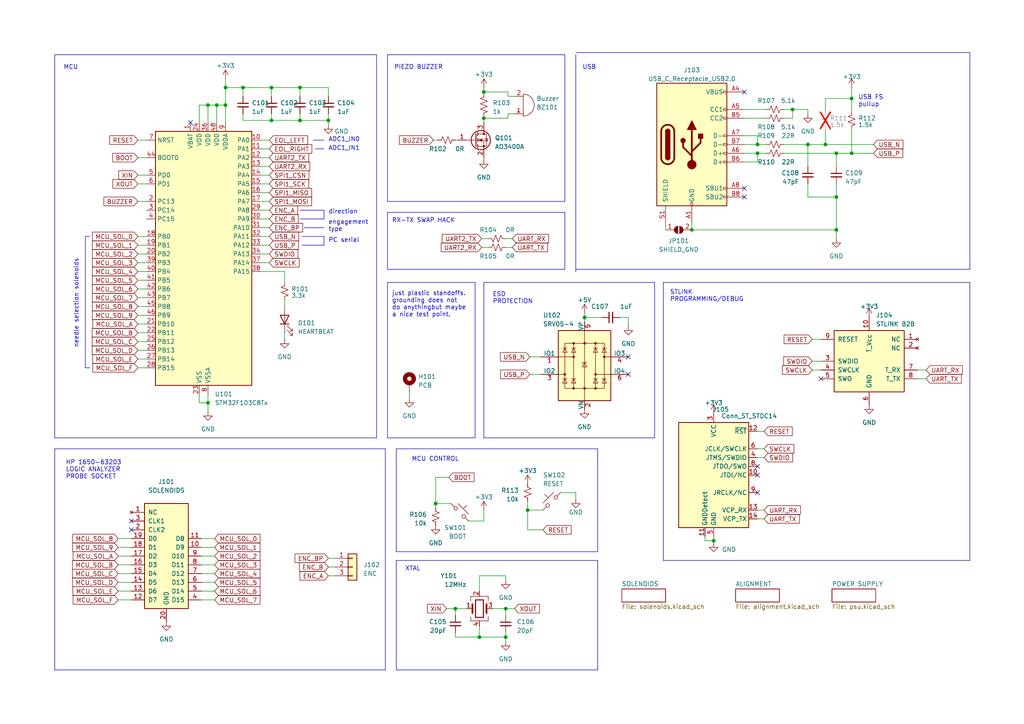
<source format=kicad_sch>
(kicad_sch (version 20230121) (generator eeschema)
  (paper "A4")
  (title_block (title "MCU & PERIPHERALS") (date "2023-04-16") (rev "1.0") (company "matei repair lab"))
  (lib_symbols
    (symbol "Connector:Conn_ST_STDC14"
      (property "Reference" "J" (at -8.89 16.51 0))
      (property "Value" "Conn_ST_STDC14" (at 17.78 16.51 0))
      (symbol "Conn_ST_STDC14_1_1"
        (pin no_connect line (at -10.16 5.08 0) (length 2.54) hide (name "NC") (number "1"))
        (pin output line (at 12.7 0 180) (length 2.54) (name "JTDI/NC") (number "10"))
        (pin passive line (at -2.54 -17.78 90) (length 2.54) (name "GNDDetect") (number "11"))
        (pin open_collector line (at 12.7 12.7 180) (length 2.54) (name "~{RST}") (number "12"))
        (pin output line (at 12.7 -10.16 180) (length 2.54) (name "VCP_RX") (number "13"))
        (pin input line (at 12.7 -12.7 180) (length 2.54) (name "VCP_TX") (number "14"))
        (pin no_connect line (at -10.16 2.54 0) (length 2.54) hide (name "NC") (number "2"))
        (pin power_in line (at 0 17.78 270) (length 2.54) (name "VCC") (number "3"))
        (pin bidirectional line (at 12.7 5.08 180) (length 2.54) (name "JTMS/SWDIO") (number "4"))
        (pin power_in line (at 0 -17.78 90) (length 2.54) (name "GND") (number "5"))
        (pin output line (at 12.7 7.62 180) (length 2.54) (name "JCLK/SWCLK") (number "6"))
        (pin passive line (at 0 -17.78 90) (length 2.54) hide (name "GND") (number "7"))
        (pin input line (at 12.7 2.54 180) (length 2.54) (name "JTDO/SWO") (number "8"))
        (pin input line (at 12.7 -5.08 180) (length 2.54) (name "JRCLK/NC") (number "9"))
      )
    )
    (symbol "Connector:USB_C_Receptacle_USB2.0" (pin_names (offset 1.016))
      (property "Reference" "J" (at -10.16 19.05 0))
      (property "Value" "USB_C_Receptacle_USB2.0" (at 19.05 19.05 0))
      (symbol "USB_C_Receptacle_USB2.0_1_1"
        (pin passive line (at 0 -22.86 90) (length 5.08) (name "GND") (number "A1"))
        (pin passive line (at 0 -22.86 90) (length 5.08) hide (name "GND") (number "A12"))
        (pin passive line (at 15.24 15.24 180) (length 5.08) (name "VBUS") (number "A4"))
        (pin bidirectional line (at 15.24 10.16 180) (length 5.08) (name "CC1") (number "A5"))
        (pin bidirectional line (at 15.24 -2.54 180) (length 5.08) (name "D+") (number "A6"))
        (pin bidirectional line (at 15.24 2.54 180) (length 5.08) (name "D-") (number "A7"))
        (pin bidirectional line (at 15.24 -12.7 180) (length 5.08) (name "SBU1") (number "A8"))
        (pin passive line (at 15.24 15.24 180) (length 5.08) hide (name "VBUS") (number "A9"))
        (pin passive line (at 0 -22.86 90) (length 5.08) hide (name "GND") (number "B1"))
        (pin passive line (at 0 -22.86 90) (length 5.08) hide (name "GND") (number "B12"))
        (pin passive line (at 15.24 15.24 180) (length 5.08) hide (name "VBUS") (number "B4"))
        (pin bidirectional line (at 15.24 7.62 180) (length 5.08) (name "CC2") (number "B5"))
        (pin bidirectional line (at 15.24 -5.08 180) (length 5.08) (name "D+") (number "B6"))
        (pin bidirectional line (at 15.24 0 180) (length 5.08) (name "D-") (number "B7"))
        (pin bidirectional line (at 15.24 -15.24 180) (length 5.08) (name "SBU2") (number "B8"))
        (pin passive line (at 15.24 15.24 180) (length 5.08) hide (name "VBUS") (number "B9"))
        (pin passive line (at -7.62 -22.86 90) (length 5.08) (name "SHIELD") (number "S1"))
      )
    )
    (symbol "Connector_Generic:Conn_01x03" (pin_names (offset 1.016) hide)
      (property "Reference" "J" (at 0 5.08 0))
      (property "Value" "Conn_01x03" (at 0 -5.08 0))
      (symbol "Conn_01x03_1_1"
        (pin passive line (at -5.08 2.54 0) (length 3.81) (name "Pin_1") (number "1"))
        (pin passive line (at -5.08 0 0) (length 3.81) (name "Pin_2") (number "2"))
        (pin passive line (at -5.08 -2.54 0) (length 3.81) (name "Pin_3") (number "3"))
      )
    )
    (symbol "Device:Buzzer" (pin_names (offset 0.0254) hide)
      (property "Reference" "BZ" (at 3.81 1.27 0))
      (property "Value" "Buzzer" (at 3.81 -1.27 0))
      (symbol "Buzzer_1_1"
        (pin passive line (at -2.54 2.54 0) (length 2.54) (name "-") (number "1"))
        (pin passive line (at -2.54 -2.54 0) (length 2.54) (name "+") (number "2"))
      )
    )
    (symbol "Device:C_Small" (pin_numbers hide) (pin_names (offset 0.254) hide)
      (property "Reference" "C" (at 0.254 1.778 0))
      (property "Value" "C_Small" (at 0.254 -2.032 0))
      (symbol "C_Small_1_1"
        (pin passive line (at 0 2.54 270) (length 2.032) (name "~") (number "1"))
        (pin passive line (at 0 -2.54 90) (length 2.032) (name "~") (number "2"))
      )
    )
    (symbol "Device:Crystal_GND24" (pin_names (offset 1.016) hide)
      (property "Reference" "Y" (at 3.175 5.08 0))
      (property "Value" "Crystal_GND24" (at 3.175 3.175 0))
      (symbol "Crystal_GND24_1_1"
        (pin passive line (at -3.81 0 0) (length 1.27) (name "1") (number "1"))
        (pin passive line (at 0 5.08 270) (length 1.27) (name "2") (number "2"))
        (pin passive line (at 3.81 0 180) (length 1.27) (name "3") (number "3"))
        (pin passive line (at 0 -5.08 90) (length 1.27) (name "4") (number "4"))
      )
    )
    (symbol "Device:LED" (pin_numbers hide) (pin_names (offset 1.016) hide)
      (property "Reference" "D" (at 0 2.54 0))
      (property "Value" "LED" (at 0 -2.54 0))
      (symbol "LED_1_1"
        (pin passive line (at -3.81 0 0) (length 2.54) (name "K") (number "1"))
        (pin passive line (at 3.81 0 180) (length 2.54) (name "A") (number "2"))
      )
    )
    (symbol "Device:R_Small_US" (pin_numbers hide) (pin_names (offset 0.254) hide)
      (property "Reference" "R" (at 0.762 0.508 0))
      (property "Value" "R_Small_US" (at 0.762 -1.016 0))
      (symbol "R_Small_US_1_1"
        (pin passive line (at 0 2.54 270) (length 1.016) (name "~") (number "1"))
        (pin passive line (at 0 -2.54 90) (length 1.016) (name "~") (number "2"))
      )
    )
    (symbol "Device:R_US" (pin_numbers hide) (pin_names (offset 0))
      (property "Reference" "R" (at 2.54 0 90))
      (property "Value" "R_US" (at -2.54 0 90))
      (symbol "R_US_1_1"
        (pin passive line (at 0 3.81 270) (length 1.27) (name "~") (number "1"))
        (pin passive line (at 0 -3.81 90) (length 1.27) (name "~") (number "2"))
      )
    )
    (symbol "Jumper:SolderJumper_2_Open" (pin_names (offset 0) hide)
      (property "Reference" "JP" (at 0 2.032 0))
      (property "Value" "SolderJumper_2_Open" (at 0 -2.54 0))
      (symbol "SolderJumper_2_Open_1_1"
        (pin passive line (at -3.81 0 0) (length 2.54) (name "A") (number "1"))
        (pin passive line (at 3.81 0 180) (length 2.54) (name "B") (number "2"))
      )
    )
    (symbol "MCU_ST_STM32F1:STM32F103C8Tx"
      (property "Reference" "U" (at -12.7 39.37 0))
      (property "Value" "STM32F103C8Tx" (at 10.16 39.37 0))
      (symbol "STM32F103C8Tx_1_1"
        (pin power_in line (at -2.54 40.64 270) (length 2.54) (name "VBAT") (number "1"))
        (pin bidirectional line (at 17.78 35.56 180) (length 2.54) (name "PA0") (number "10"))
        (pin bidirectional line (at 17.78 33.02 180) (length 2.54) (name "PA1") (number "11"))
        (pin bidirectional line (at 17.78 30.48 180) (length 2.54) (name "PA2") (number "12"))
        (pin bidirectional line (at 17.78 27.94 180) (length 2.54) (name "PA3") (number "13"))
        (pin bidirectional line (at 17.78 25.4 180) (length 2.54) (name "PA4") (number "14"))
        (pin bidirectional line (at 17.78 22.86 180) (length 2.54) (name "PA5") (number "15"))
        (pin bidirectional line (at 17.78 20.32 180) (length 2.54) (name "PA6") (number "16"))
        (pin bidirectional line (at 17.78 17.78 180) (length 2.54) (name "PA7") (number "17"))
        (pin bidirectional line (at -15.24 7.62 0) (length 2.54) (name "PB0") (number "18"))
        (pin bidirectional line (at -15.24 5.08 0) (length 2.54) (name "PB1") (number "19"))
        (pin bidirectional line (at -15.24 17.78 0) (length 2.54) (name "PC13") (number "2"))
        (pin bidirectional line (at -15.24 2.54 0) (length 2.54) (name "PB2") (number "20"))
        (pin bidirectional line (at -15.24 -17.78 0) (length 2.54) (name "PB10") (number "21"))
        (pin bidirectional line (at -15.24 -20.32 0) (length 2.54) (name "PB11") (number "22"))
        (pin power_in line (at 0 -38.1 90) (length 2.54) (name "VSS") (number "23"))
        (pin power_in line (at 0 40.64 270) (length 2.54) (name "VDD") (number "24"))
        (pin bidirectional line (at -15.24 -22.86 0) (length 2.54) (name "PB12") (number "25"))
        (pin bidirectional line (at -15.24 -25.4 0) (length 2.54) (name "PB13") (number "26"))
        (pin bidirectional line (at -15.24 -27.94 0) (length 2.54) (name "PB14") (number "27"))
        (pin bidirectional line (at -15.24 -30.48 0) (length 2.54) (name "PB15") (number "28"))
        (pin bidirectional line (at 17.78 15.24 180) (length 2.54) (name "PA8") (number "29"))
        (pin bidirectional line (at -15.24 15.24 0) (length 2.54) (name "PC14") (number "3"))
        (pin bidirectional line (at 17.78 12.7 180) (length 2.54) (name "PA9") (number "30"))
        (pin bidirectional line (at 17.78 10.16 180) (length 2.54) (name "PA10") (number "31"))
        (pin bidirectional line (at 17.78 7.62 180) (length 2.54) (name "PA11") (number "32"))
        (pin bidirectional line (at 17.78 5.08 180) (length 2.54) (name "PA12") (number "33"))
        (pin bidirectional line (at 17.78 2.54 180) (length 2.54) (name "PA13") (number "34"))
        (pin passive line (at 0 -38.1 90) (length 2.54) hide (name "VSS") (number "35"))
        (pin power_in line (at 2.54 40.64 270) (length 2.54) (name "VDD") (number "36"))
        (pin bidirectional line (at 17.78 0 180) (length 2.54) (name "PA14") (number "37"))
        (pin bidirectional line (at 17.78 -2.54 180) (length 2.54) (name "PA15") (number "38"))
        (pin bidirectional line (at -15.24 0 0) (length 2.54) (name "PB3") (number "39"))
        (pin bidirectional line (at -15.24 12.7 0) (length 2.54) (name "PC15") (number "4"))
        (pin bidirectional line (at -15.24 -2.54 0) (length 2.54) (name "PB4") (number "40"))
        (pin bidirectional line (at -15.24 -5.08 0) (length 2.54) (name "PB5") (number "41"))
        (pin bidirectional line (at -15.24 -7.62 0) (length 2.54) (name "PB6") (number "42"))
        (pin bidirectional line (at -15.24 -10.16 0) (length 2.54) (name "PB7") (number "43"))
        (pin input line (at -15.24 30.48 0) (length 2.54) (name "BOOT0") (number "44"))
        (pin bidirectional line (at -15.24 -12.7 0) (length 2.54) (name "PB8") (number "45"))
        (pin bidirectional line (at -15.24 -15.24 0) (length 2.54) (name "PB9") (number "46"))
        (pin passive line (at 0 -38.1 90) (length 2.54) hide (name "VSS") (number "47"))
        (pin power_in line (at 5.08 40.64 270) (length 2.54) (name "VDD") (number "48"))
        (pin bidirectional line (at -15.24 25.4 0) (length 2.54) (name "PD0") (number "5"))
        (pin bidirectional line (at -15.24 22.86 0) (length 2.54) (name "PD1") (number "6"))
        (pin input line (at -15.24 35.56 0) (length 2.54) (name "NRST") (number "7"))
        (pin power_in line (at 2.54 -38.1 90) (length 2.54) (name "VSSA") (number "8"))
        (pin power_in line (at 7.62 40.64 270) (length 2.54) (name "VDDA") (number "9"))
      )
    )
    (symbol "Mechanical:MountingHole_Pad" (pin_numbers hide) (pin_names (offset 1.016) hide)
      (property "Reference" "H" (at 0 6.35 0))
      (property "Value" "MountingHole_Pad" (at 0 4.445 0))
      (symbol "MountingHole_Pad_1_1"
        (pin input line (at 0 -2.54 90) (length 2.54) (name "1") (number "1"))
      )
    )
    (symbol "Power_Protection:SRV05-4" (pin_names (offset 0))
      (property "Reference" "U" (at -5.08 11.43 0))
      (property "Value" "SRV05-4" (at 2.54 11.43 0))
      (symbol "SRV05-4_1_1"
        (pin passive line (at -12.7 2.54 0) (length 5.08) (name "IO1") (number "1"))
        (pin passive line (at 0 -12.7 90) (length 2.54) (name "VN") (number "2"))
        (pin passive line (at -12.7 -2.54 0) (length 5.08) (name "IO2") (number "3"))
        (pin passive line (at 12.7 2.54 180) (length 5.08) (name "IO3") (number "4"))
        (pin passive line (at 0 12.7 270) (length 2.54) (name "VP") (number "5"))
        (pin passive line (at 12.7 -2.54 180) (length 5.08) (name "IO4") (number "6"))
      )
    )
    (symbol "Switch:SW_Push_45deg" (pin_numbers hide) (pin_names (offset 1.016) hide)
      (property "Reference" "SW" (at 3.048 1.016 0))
      (property "Value" "SW_Push_45deg" (at 0 -3.81 0))
      (symbol "SW_Push_45deg_0_1"
        (pin passive line (at -2.54 2.54 0) (length 0) (name "1") (number "1"))
        (pin passive line (at 2.54 -2.54 180) (length 0) (name "2") (number "2"))
      )
    )
    (symbol "Transistor_FET:AO3400A" (pin_names hide)
      (property "Reference" "Q" (at 5.08 1.905 0))
      (property "Value" "AO3400A" (at 5.08 0 0))
      (symbol "AO3400A_1_1"
        (pin input line (at -5.08 0 0) (length 2.54) (name "G") (number "1"))
        (pin passive line (at 2.54 -5.08 90) (length 2.54) (name "S") (number "2"))
        (pin passive line (at 2.54 5.08 270) (length 2.54) (name "D") (number "3"))
      )
    )
    (symbol "matei:HP_1650-63203_logicanalyzer" (pin_names (offset 1.016))
      (property "Reference" "J" (at -5.08 16.51 0))
      (property "Value" "HP_1650-63203_logicanalyzer" (at 0 -26.67 0))
      (symbol "HP_1650-63203_logicanalyzer_1_1"
        (pin no_connect line (at -10.16 12.7 0) (length 3.81) (name "NC") (number "1"))
        (pin passive line (at 10.16 2.54 180) (length 3.81) (name "D9") (number "10"))
        (pin passive line (at 10.16 5.08 180) (length 3.81) (name "D8") (number "11"))
        (pin passive line (at -10.16 -12.7 0) (length 3.81) (name "D7") (number "12"))
        (pin passive line (at -10.16 -10.16 0) (length 3.81) (name "D6") (number "13"))
        (pin passive line (at -10.16 -7.62 0) (length 3.81) (name "D5") (number "14"))
        (pin passive line (at -10.16 -5.08 0) (length 3.81) (name "D4") (number "15"))
        (pin passive line (at -10.16 -2.54 0) (length 3.81) (name "D3") (number "16"))
        (pin passive line (at -10.16 0 0) (length 3.81) (name "D2") (number "17"))
        (pin passive line (at -10.16 2.54 0) (length 3.81) (name "D1") (number "18"))
        (pin passive line (at -10.16 5.08 0) (length 3.81) (name "D0") (number "19"))
        (pin passive line (at -10.16 7.62 0) (length 3.81) (name "CLK2") (number "2"))
        (pin passive line (at 0 -19.05 90) (length 3.81) (name "GND") (number "20"))
        (pin passive line (at -10.16 10.16 0) (length 3.81) (name "CLK1") (number "3"))
        (pin passive line (at 10.16 -12.7 180) (length 3.81) (name "D15") (number "4"))
        (pin passive line (at 10.16 -10.16 180) (length 3.81) (name "D14") (number "5"))
        (pin passive line (at 10.16 -7.62 180) (length 3.81) (name "D13") (number "6"))
        (pin passive line (at 10.16 -5.08 180) (length 3.81) (name "D12") (number "7"))
        (pin passive line (at 10.16 -2.54 180) (length 3.81) (name "D11") (number "8"))
        (pin passive line (at 10.16 0 180) (length 3.81) (name "D10") (number "9"))
      )
    )
    (symbol "matei:STLINK V3 MINIE B2B" (pin_names (offset 1.016))
      (property "Reference" "J" (at 1.27 7.62 0))
      (property "Value" "STLINK V3 MINIE B2B" (at 21.59 10.16 0))
      (symbol "STLINK V3 MINIE B2B_1_1"
        (pin no_connect line (at 13.97 6.35 180) (length 3.81) (name "NC") (number "1"))
        (pin passive line (at 0 12.7 270) (length 3.81) (name "T_Vcc") (number "10"))
        (pin no_connect line (at 13.97 3.81 180) (length 3.81) (name "NC") (number "2"))
        (pin passive line (at -13.97 0 0) (length 3.81) (name "SWDIO") (number "3"))
        (pin passive line (at -13.97 -2.54 0) (length 3.81) (name "SWCLK") (number "4"))
        (pin passive line (at -13.97 -5.08 0) (length 3.81) (name "SWO") (number "5"))
        (pin passive line (at 0 -12.7 90) (length 3.81) (name "GND") (number "6"))
        (pin passive line (at 13.97 -2.54 180) (length 3.81) (name "T_RX") (number "7"))
        (pin passive line (at 13.97 -5.08 180) (length 3.81) (name "T_TX") (number "8"))
        (pin passive line (at -13.97 6.35 0) (length 3.81) (name "RESET") (number "9"))
      )
    )
    (symbol "power:+3V3" (power) (pin_names (offset 0))
      (property "Value" "+3V3" (at 0 3.556 0))
      (symbol "+3V3_1_1"
        (pin power_in line (at 0 0 90) (length 0) hide (name "+3V3") (number "1"))
      )
    )
    (symbol "power:+5V" (power) (pin_names (offset 0))
      (property "Value" "+5V" (at 0 3.556 0))
      (symbol "+5V_1_1"
        (pin power_in line (at 0 0 90) (length 0) hide (name "+5V") (number "1"))
      )
    )
    (symbol "power:GND" (power) (pin_names (offset 0))
      (property "Value" "GND" (at 0 -3.81 0))
      (symbol "GND_1_1"
        (pin power_in line (at 0 0 270) (length 0) hide (name "GND") (number "1"))
      )
    )
  )
  (junction (at 219.71 44.45))
  (junction (at 140.335 26.67))
  (junction (at 60.325 30.48))
  (junction (at 169.545 92.075))
  (junction (at 78.74 34.925))
  (junction (at 207.01 156.845))
  (junction (at 78.74 25.4))
  (junction (at 140.335 34.29))
  (junction (at 132.08 176.53))
  (junction (at 153.035 147.955))
  (junction (at 62.865 30.48))
  (junction (at 139.065 184.785))
  (junction (at 229.87 31.75))
  (junction (at 247.015 44.45))
  (junction (at 65.405 30.48))
  (junction (at 60.325 116.84))
  (junction (at 247.015 28.575))
  (junction (at 95.25 34.925))
  (junction (at 242.57 57.15))
  (junction (at 70.485 25.4))
  (junction (at 126.365 146.05))
  (junction (at 234.315 41.91))
  (junction (at 65.405 25.4))
  (junction (at 239.395 41.91))
  (junction (at 146.685 184.785))
  (junction (at 86.995 34.925))
  (junction (at 200.66 66.675))
  (junction (at 86.995 25.4))
  (junction (at 242.57 44.45))
  (junction (at 242.57 66.675))
  (junction (at 146.685 176.53))
  (junction (at 219.71 41.91))
  (no_connect (at 215.9 57.15))
  (no_connect (at 215.9 26.67))
  (no_connect (at 182.245 108.585))
  (no_connect (at 219.71 135.255))
  (no_connect (at 219.71 137.795))
  (no_connect (at 215.9 54.61))
  (no_connect (at 38.1 153.67))
  (no_connect (at 219.71 142.875))
  (no_connect (at 38.1 151.13))
  (no_connect (at 55.245 35.56))
  (no_connect (at 238.125 109.855))
  (no_connect (at 182.245 103.505))
  (wire (pts (xy 75.565 43.18) (xy 78.105 43.18)))
  (wire (pts (xy 34.29 171.45) (xy 38.1 171.45)))
  (wire (pts (xy 132.08 184.785) (xy 139.065 184.785)))
  (wire (pts (xy 118.745 113.665) (xy 118.745 115.57)))
  (wire (pts (xy 75.565 60.96) (xy 78.105 60.96)))
  (wire (pts (xy 40.005 104.14) (xy 42.545 104.14)))
  (polyline (pts (xy 24.765 68.58) (xy 24.765 106.68)))
  (wire (pts (xy 75.565 48.26) (xy 78.105 48.26)))
  (wire (pts (xy 70.485 25.4) (xy 78.74 25.4)))
  (wire (pts (xy 219.71 130.175) (xy 221.615 130.175)))
  (wire (pts (xy 219.71 46.99) (xy 219.71 44.45)))
  (wire (pts (xy 75.565 63.5) (xy 78.105 63.5)))
  (polyline (pts (xy 24.765 106.68) (xy 26.035 106.68)))
  (polyline (pts (xy 15.875 194.31) (xy 111.76 194.31)))
  (wire (pts (xy 78.74 33.02) (xy 78.74 34.925)))
  (wire (pts (xy 179.705 92.075) (xy 182.245 92.075)))
  (wire (pts (xy 153.035 153.67) (xy 153.035 147.955)))
  (wire (pts (xy 75.565 45.72) (xy 78.105 45.72)))
  (wire (pts (xy 139.065 171.45) (xy 139.065 167.005)))
  (wire (pts (xy 78.74 34.925) (xy 86.995 34.925)))
  (wire (pts (xy 167.005 142.875) (xy 167.005 144.78)))
  (polyline (pts (xy 114.935 160.02) (xy 173.355 160.02)))
  (wire (pts (xy 86.995 25.4) (xy 86.995 27.94)))
  (wire (pts (xy 247.015 44.45) (xy 253.365 44.45)))
  (wire (pts (xy 239.395 41.91) (xy 239.395 37.465)))
  (polyline (pts (xy 87.63 68.58) (xy 93.98 68.58)))
  (polyline (pts (xy 189.865 127) (xy 189.865 81.915)))
  (wire (pts (xy 40.005 78.74) (xy 42.545 78.74)))
  (wire (pts (xy 40.005 76.2) (xy 42.545 76.2)))
  (wire (pts (xy 65.405 25.4) (xy 70.485 25.4)))
  (wire (pts (xy 200.66 66.675) (xy 242.57 66.675)))
  (wire (pts (xy 235.585 104.775) (xy 238.125 104.775)))
  (polyline (pts (xy 93.98 60.96) (xy 93.98 63.5)))
  (wire (pts (xy 242.57 66.675) (xy 242.57 69.215)))
  (wire (pts (xy 75.565 53.34) (xy 78.105 53.34)))
  (wire (pts (xy 234.315 31.75) (xy 234.315 33.02)))
  (wire (pts (xy 75.565 68.58) (xy 78.105 68.58)))
  (wire (pts (xy 40.005 40.64) (xy 42.545 40.64)))
  (wire (pts (xy 132.08 183.515) (xy 132.08 184.785)))
  (polyline (pts (xy 140.335 127) (xy 189.865 127)))
  (wire (pts (xy 266.065 109.855) (xy 268.605 109.855)))
  (wire (pts (xy 40.005 88.9) (xy 42.545 88.9)))
  (wire (pts (xy 182.245 92.075) (xy 182.245 94.615)))
  (polyline (pts (xy 26.035 68.58) (xy 24.765 68.58)))
  (wire (pts (xy 204.47 156.845) (xy 207.01 156.845)))
  (wire (pts (xy 95.25 161.925) (xy 97.155 161.925)))
  (polyline (pts (xy 15.875 130.175) (xy 111.76 130.175)))
  (polyline (pts (xy 112.395 127) (xy 137.795 127)))
  (wire (pts (xy 219.71 150.495) (xy 221.615 150.495)))
  (wire (pts (xy 60.325 116.84) (xy 60.325 119.38)))
  (polyline (pts (xy 114.935 162.56) (xy 173.355 162.56)))
  (wire (pts (xy 142.875 176.53) (xy 146.685 176.53)))
  (polyline (pts (xy 91.44 43.18) (xy 93.98 43.18)))
  (polyline (pts (xy 167.005 15.875) (xy 167.005 78.74)))
  (wire (pts (xy 40.005 83.82) (xy 42.545 83.82)))
  (wire (pts (xy 242.57 53.34) (xy 242.57 57.15)))
  (wire (pts (xy 58.42 163.83) (xy 62.23 163.83)))
  (wire (pts (xy 125.73 40.64) (xy 127 40.64)))
  (polyline (pts (xy 167.005 78.105) (xy 281.305 78.105)))
  (wire (pts (xy 219.71 132.715) (xy 221.615 132.715)))
  (wire (pts (xy 129.54 176.53) (xy 132.08 176.53)))
  (wire (pts (xy 34.29 173.99) (xy 38.1 173.99)))
  (wire (pts (xy 82.55 86.995) (xy 82.55 88.9)))
  (wire (pts (xy 130.175 138.43) (xy 126.365 138.43)))
  (polyline (pts (xy 111.76 194.31) (xy 111.76 130.175)))
  (wire (pts (xy 86.995 25.4) (xy 95.25 25.4)))
  (wire (pts (xy 58.42 166.37) (xy 62.23 166.37)))
  (wire (pts (xy 162.56 142.875) (xy 167.005 142.875)))
  (polyline (pts (xy 163.83 58.42) (xy 163.83 15.875)))
  (polyline (pts (xy 281.305 78.105) (xy 281.305 15.24)))
  (polyline (pts (xy 87.63 71.12) (xy 93.98 71.12)))
  (wire (pts (xy 65.405 30.48) (xy 65.405 35.56)))
  (wire (pts (xy 227.33 34.29) (xy 229.87 34.29)))
  (wire (pts (xy 34.29 163.83) (xy 38.1 163.83)))
  (polyline (pts (xy 112.395 81.915) (xy 137.795 81.915)))
  (wire (pts (xy 58.42 171.45) (xy 62.23 171.45)))
  (wire (pts (xy 146.685 183.515) (xy 146.685 184.785)))
  (wire (pts (xy 215.9 41.91) (xy 219.71 41.91)))
  (wire (pts (xy 57.785 35.56) (xy 57.785 30.48)))
  (wire (pts (xy 219.71 44.45) (xy 222.25 44.45)))
  (wire (pts (xy 62.865 30.48) (xy 65.405 30.48)))
  (wire (pts (xy 60.325 114.3) (xy 60.325 116.84)))
  (wire (pts (xy 153.67 103.505) (xy 156.845 103.505)))
  (polyline (pts (xy 114.935 162.56) (xy 114.935 194.31)))
  (wire (pts (xy 266.065 107.315) (xy 268.605 107.315)))
  (wire (pts (xy 147.32 33.02) (xy 149.225 33.02)))
  (wire (pts (xy 139.065 167.005) (xy 146.685 167.005)))
  (polyline (pts (xy 112.395 81.915) (xy 112.395 127)))
  (polyline (pts (xy 93.98 68.58) (xy 93.98 71.12)))
  (wire (pts (xy 227.33 31.75) (xy 229.87 31.75)))
  (wire (pts (xy 34.29 158.75) (xy 38.1 158.75)))
  (wire (pts (xy 169.545 90.805) (xy 169.545 92.075)))
  (wire (pts (xy 153.035 147.955) (xy 157.48 147.955)))
  (wire (pts (xy 82.55 96.52) (xy 82.55 98.425)))
  (wire (pts (xy 75.565 76.2) (xy 78.105 76.2)))
  (wire (pts (xy 146.685 176.53) (xy 146.685 178.435)))
  (wire (pts (xy 40.005 68.58) (xy 42.545 68.58)))
  (wire (pts (xy 34.29 166.37) (xy 38.1 166.37)))
  (wire (pts (xy 75.565 73.66) (xy 78.105 73.66)))
  (polyline (pts (xy 114.935 194.31) (xy 173.355 194.31)))
  (wire (pts (xy 139.065 184.785) (xy 146.685 184.785)))
  (polyline (pts (xy 89.535 66.04) (xy 93.98 66.04)))
  (wire (pts (xy 75.565 40.64) (xy 78.105 40.64)))
  (wire (pts (xy 40.005 81.28) (xy 42.545 81.28)))
  (wire (pts (xy 40.005 50.8) (xy 42.545 50.8)))
  (wire (pts (xy 239.395 28.575) (xy 247.015 28.575)))
  (wire (pts (xy 57.785 30.48) (xy 60.325 30.48)))
  (wire (pts (xy 34.29 168.91) (xy 38.1 168.91)))
  (wire (pts (xy 135.89 151.13) (xy 140.335 151.13)))
  (wire (pts (xy 58.42 161.29) (xy 62.23 161.29)))
  (wire (pts (xy 70.485 33.02) (xy 70.485 34.925)))
  (polyline (pts (xy 140.335 81.915) (xy 140.335 127)))
  (polyline (pts (xy 167.005 15.24) (xy 281.305 15.24)))
  (wire (pts (xy 40.005 73.66) (xy 42.545 73.66)))
  (wire (pts (xy 219.71 125.095) (xy 221.615 125.095)))
  (wire (pts (xy 234.315 41.91) (xy 239.395 41.91)))
  (wire (pts (xy 207.01 155.575) (xy 207.01 156.845)))
  (wire (pts (xy 215.9 34.29) (xy 222.25 34.29)))
  (polyline (pts (xy 86.995 60.96) (xy 93.98 60.96)))
  (wire (pts (xy 215.9 39.37) (xy 219.71 39.37)))
  (wire (pts (xy 126.365 146.05) (xy 130.81 146.05)))
  (wire (pts (xy 140.335 34.29) (xy 147.32 34.29)))
  (wire (pts (xy 40.005 93.98) (xy 42.545 93.98)))
  (polyline (pts (xy 86.995 63.5) (xy 93.98 63.5)))
  (wire (pts (xy 95.25 167.005) (xy 97.155 167.005)))
  (wire (pts (xy 146.685 167.005) (xy 146.685 168.275)))
  (wire (pts (xy 153.67 108.585) (xy 156.845 108.585)))
  (wire (pts (xy 132.08 176.53) (xy 132.08 178.435)))
  (wire (pts (xy 215.9 46.99) (xy 219.71 46.99)))
  (wire (pts (xy 229.87 34.29) (xy 229.87 31.75)))
  (wire (pts (xy 147.32 27.94) (xy 147.32 26.67)))
  (wire (pts (xy 139.065 181.61) (xy 139.065 184.785)))
  (wire (pts (xy 126.365 138.43) (xy 126.365 146.05)))
  (wire (pts (xy 82.55 78.74) (xy 82.55 81.915)))
  (wire (pts (xy 58.42 168.91) (xy 62.23 168.91)))
  (wire (pts (xy 40.005 99.06) (xy 42.545 99.06)))
  (polyline (pts (xy 112.395 15.875) (xy 112.395 58.42)))
  (wire (pts (xy 95.25 164.465) (xy 97.155 164.465)))
  (polyline (pts (xy 114.935 130.175) (xy 173.355 130.175)))
  (wire (pts (xy 75.565 71.12) (xy 78.105 71.12)))
  (wire (pts (xy 40.005 106.68) (xy 42.545 106.68)))
  (wire (pts (xy 235.585 107.315) (xy 238.125 107.315)))
  (wire (pts (xy 70.485 34.925) (xy 78.74 34.925)))
  (wire (pts (xy 215.9 44.45) (xy 219.71 44.45)))
  (wire (pts (xy 140.335 46.355) (xy 140.335 45.72)))
  (wire (pts (xy 227.33 41.91) (xy 234.315 41.91)))
  (polyline (pts (xy 192.405 162.56) (xy 281.305 162.56)))
  (wire (pts (xy 242.57 44.45) (xy 242.57 48.26)))
  (wire (pts (xy 75.565 55.88) (xy 78.105 55.88)))
  (wire (pts (xy 58.42 158.75) (xy 62.23 158.75)))
  (polyline (pts (xy 109.22 127) (xy 109.22 15.875)))
  (wire (pts (xy 86.995 34.925) (xy 95.25 34.925)))
  (wire (pts (xy 153.035 145.415) (xy 153.035 147.955)))
  (wire (pts (xy 58.42 156.21) (xy 62.23 156.21)))
  (wire (pts (xy 234.315 57.15) (xy 242.57 57.15)))
  (wire (pts (xy 60.325 35.56) (xy 60.325 30.48)))
  (wire (pts (xy 70.485 25.4) (xy 70.485 27.94)))
  (polyline (pts (xy 137.795 127) (xy 137.795 81.915)))
  (wire (pts (xy 140.335 25.4) (xy 140.335 26.67)))
  (wire (pts (xy 58.42 173.99) (xy 62.23 173.99)))
  (wire (pts (xy 229.87 31.75) (xy 234.315 31.75)))
  (wire (pts (xy 40.005 91.44) (xy 42.545 91.44)))
  (wire (pts (xy 139.7 71.755) (xy 141.605 71.755)))
  (wire (pts (xy 146.685 69.215) (xy 148.59 69.215)))
  (wire (pts (xy 62.865 35.56) (xy 62.865 30.48)))
  (wire (pts (xy 132.08 40.64) (xy 132.715 40.64)))
  (wire (pts (xy 75.565 66.04) (xy 78.105 66.04)))
  (wire (pts (xy 193.04 64.77) (xy 193.04 66.675)))
  (polyline (pts (xy 112.395 61.595) (xy 163.83 61.595)))
  (wire (pts (xy 140.335 34.29) (xy 140.335 35.56)))
  (polyline (pts (xy 140.335 81.915) (xy 189.865 81.915)))
  (wire (pts (xy 219.71 147.955) (xy 221.615 147.955)))
  (wire (pts (xy 146.685 71.755) (xy 148.59 71.755)))
  (polyline (pts (xy 114.935 130.175) (xy 114.935 160.02)))
  (wire (pts (xy 65.405 25.4) (xy 65.405 30.48)))
  (wire (pts (xy 95.25 34.925) (xy 95.25 36.195)))
  (wire (pts (xy 219.71 39.37) (xy 219.71 41.91)))
  (polyline (pts (xy 173.355 160.02) (xy 173.355 130.175)))
  (polyline (pts (xy 15.875 127) (xy 109.22 127)))
  (wire (pts (xy 215.9 31.75) (xy 222.25 31.75)))
  (wire (pts (xy 34.29 161.29) (xy 38.1 161.29)))
  (wire (pts (xy 169.545 92.075) (xy 174.625 92.075)))
  (polyline (pts (xy 192.405 81.915) (xy 192.405 162.56)))
  (wire (pts (xy 139.7 69.215) (xy 141.605 69.215)))
  (wire (pts (xy 242.57 44.45) (xy 247.015 44.45)))
  (wire (pts (xy 86.995 33.02) (xy 86.995 34.925)))
  (wire (pts (xy 78.74 25.4) (xy 86.995 25.4)))
  (wire (pts (xy 78.74 25.4) (xy 78.74 27.94)))
  (wire (pts (xy 147.32 26.67) (xy 140.335 26.67)))
  (wire (pts (xy 95.25 25.4) (xy 95.25 27.94)))
  (wire (pts (xy 207.01 156.845) (xy 207.01 157.48)))
  (wire (pts (xy 65.405 22.86) (xy 65.405 25.4)))
  (wire (pts (xy 57.785 114.3) (xy 57.785 116.84)))
  (wire (pts (xy 147.32 27.94) (xy 149.225 27.94)))
  (polyline (pts (xy 163.83 78.105) (xy 163.83 61.595)))
  (polyline (pts (xy 112.395 58.42) (xy 163.83 58.42)))
  (wire (pts (xy 126.365 146.05) (xy 126.365 147.32)))
  (polyline (pts (xy 192.405 81.915) (xy 281.305 81.915)))
  (wire (pts (xy 57.785 116.84) (xy 60.325 116.84)))
  (polyline (pts (xy 88.265 66.04) (xy 89.535 66.04)))
  (polyline (pts (xy 112.395 61.595) (xy 112.395 78.105)))
  (wire (pts (xy 40.005 101.6) (xy 42.545 101.6)))
  (wire (pts (xy 235.585 98.425) (xy 238.125 98.425)))
  (wire (pts (xy 219.71 41.91) (xy 222.25 41.91)))
  (wire (pts (xy 227.33 44.45) (xy 242.57 44.45)))
  (wire (pts (xy 40.005 71.12) (xy 42.545 71.12)))
  (wire (pts (xy 247.015 25.4) (xy 247.015 28.575)))
  (polyline (pts (xy 112.395 78.105) (xy 163.83 78.105)))
  (wire (pts (xy 200.66 64.77) (xy 200.66 66.675)))
  (wire (pts (xy 140.335 151.13) (xy 140.335 147.955)))
  (wire (pts (xy 234.315 41.91) (xy 234.315 48.26)))
  (wire (pts (xy 40.005 53.34) (xy 42.545 53.34)))
  (polyline (pts (xy 112.395 15.875) (xy 163.83 15.875)))
  (polyline (pts (xy 15.875 15.875) (xy 109.22 15.875)))
  (polyline (pts (xy 15.875 130.175) (xy 15.875 194.31)))
  (wire (pts (xy 146.685 176.53) (xy 149.225 176.53)))
  (wire (pts (xy 242.57 57.15) (xy 242.57 66.675)))
  (wire (pts (xy 75.565 78.74) (xy 82.55 78.74)))
  (wire (pts (xy 234.315 53.34) (xy 234.315 57.15)))
  (wire (pts (xy 169.545 92.075) (xy 169.545 93.345)))
  (wire (pts (xy 146.685 184.785) (xy 146.685 186.055)))
  (wire (pts (xy 95.25 33.02) (xy 95.25 34.925)))
  (wire (pts (xy 40.005 45.72) (xy 42.545 45.72)))
  (wire (pts (xy 60.325 30.48) (xy 62.865 30.48)))
  (wire (pts (xy 40.005 96.52) (xy 42.545 96.52)))
  (wire (pts (xy 239.395 32.385) (xy 239.395 28.575)))
  (wire (pts (xy 135.255 176.53) (xy 132.08 176.53)))
  (polyline (pts (xy 281.305 162.56) (xy 281.305 81.915)))
  (wire (pts (xy 204.47 155.575) (xy 204.47 156.845)))
  (wire (pts (xy 247.015 37.465) (xy 247.015 44.45)))
  (wire (pts (xy 147.32 34.29) (xy 147.32 33.02)))
  (polyline (pts (xy 173.355 194.31) (xy 173.355 162.56)))
  (polyline (pts (xy 15.875 15.875) (xy 15.875 127)))
  (wire (pts (xy 157.48 153.67) (xy 153.035 153.67)))
  (wire (pts (xy 239.395 41.91) (xy 253.365 41.91)))
  (wire (pts (xy 40.005 58.42) (xy 42.545 58.42)))
  (wire (pts (xy 75.565 50.8) (xy 78.105 50.8)))
  (wire (pts (xy 40.005 86.36) (xy 42.545 86.36)))
  (wire (pts (xy 247.015 28.575) (xy 247.015 32.385)))
  (wire (pts (xy 34.29 156.21) (xy 38.1 156.21)))
  (polyline (pts (xy 90.805 40.64) (xy 93.98 40.64)))
  (wire (pts (xy 75.565 58.42) (xy 78.105 58.42)))
  (text "MCU CONTROL" (at 119.38 133.985 0) (effects (font (size 1.27 1.27)) (justify left bottom)))
  (text "direction" (at 95.25 62.23 0) (effects (font (size 1.27 1.27)) (justify left bottom)))
  (text "USB" (at 168.91 20.32 0) (effects (font (size 1.27 1.27)) (justify left bottom)))
  (text "PC serial" (at 95.25 70.485 0) (effects (font (size 1.27 1.27)) (justify left bottom)))
  (text "USB FS\npullup" (at 248.92 31.115 0) (effects (font (size 1.27 1.27)) (justify left bottom)))
  (text "ADC1_IN1" (at 95.25 43.815 0) (effects (font (size 1.27 1.27)) (justify left bottom)))
  (text "ESD\nPROTECTION" (at 142.875 88.265 0) (effects (font (size 1.27 1.27)) (justify left bottom)))
  (text "MCU" (at 18.415 20.32 0) (effects (font (size 1.27 1.27)) (justify left bottom)))
  (text "ADC1_IN0" (at 95.25 41.275 0) (effects (font (size 1.27 1.27)) (justify left bottom)))
  (text "RX-TX SWAP HACK" (at 113.665 64.77 0) (effects (font (size 1.27 1.27)) (justify left bottom)))
  (text "HP 1650-63203\nLOGIC ANALYZER\nPROBE SOCKET" (at 19.05 139.065 0) (effects (font (size 1.27 1.27)) (justify left bottom)))
  (text "PIEZO BUZZER" (at 114.3 20.32 0) (effects (font (size 1.27 1.27)) (justify left bottom)))
  (text "just plastic standoffs.\ngrounding does not \ndo anythingbut maybe \na nice test point." (at 113.665 92.075 0) (effects (font (size 1.27 1.27)) (justify left bottom)))
  (text "engagement\ntype\n" (at 95.25 67.31 0) (effects (font (size 1.27 1.27)) (justify left bottom)))
  (text "STLINK\nPROGRAMMING/DEBUG" (at 194.31 87.63 0) (effects (font (size 1.27 1.27)) (justify left bottom)))
  (text "needle selection solenoids" (at 22.86 100.965 90) (effects (font (size 1.27 1.27)) (justify left bottom)))
  (text "XTAL" (at 117.475 165.735 0) (effects (font (size 1.27 1.27)) (justify left bottom)))
  (global_label "MCU_SOL_4" (shape input) (at 40.005 78.74 180) (property "Intersheetrefs" "${INTERSHEET_REFS}" (effects hide)))
  (global_label "MCU_SOL_9" (shape input) (at 40.005 91.44 180) (property "Intersheetrefs" "${INTERSHEET_REFS}" (effects hide)))
  (global_label "UART2_RX" (shape input) (at 78.105 48.26 0) (property "Intersheetrefs" "${INTERSHEET_REFS}" (effects hide)))
  (global_label "SPI1_MOSI" (shape input) (at 78.105 58.42 0) (property "Intersheetrefs" "${INTERSHEET_REFS}" (effects hide)))
  (global_label "SPI1_CSN" (shape input) (at 78.105 50.8 0) (property "Intersheetrefs" "${INTERSHEET_REFS}" (effects hide)))
  (global_label "UART_RX" (shape input) (at 268.605 107.315 0) (property "Intersheetrefs" "${INTERSHEET_REFS}" (effects hide)))
  (global_label "MCU_SOL_2" (shape input) (at 40.005 73.66 180) (property "Intersheetrefs" "${INTERSHEET_REFS}" (effects hide)))
  (global_label "MCU_SOL_2" (shape input) (at 62.23 161.29 0) (property "Intersheetrefs" "${INTERSHEET_REFS}" (effects hide)))
  (global_label "MCU_SOL_7" (shape input) (at 40.005 86.36 180) (property "Intersheetrefs" "${INTERSHEET_REFS}" (effects hide)))
  (global_label "RESET" (shape input) (at 221.615 125.095 0) (property "Intersheetrefs" "${INTERSHEET_REFS}" (effects hide)))
  (global_label "UART2_TX" (shape input) (at 139.7 69.215 180) (property "Intersheetrefs" "${INTERSHEET_REFS}" (effects hide)))
  (global_label "RESET" (shape input) (at 235.585 98.425 180) (property "Intersheetrefs" "${INTERSHEET_REFS}" (effects hide)))
  (global_label "XOUT" (shape input) (at 149.225 176.53 0) (property "Intersheetrefs" "${INTERSHEET_REFS}" (effects hide)))
  (global_label "MCU_SOL_B" (shape input) (at 34.29 163.83 180) (property "Intersheetrefs" "${INTERSHEET_REFS}" (effects hide)))
  (global_label "SWDIO" (shape input) (at 78.105 73.66 0) (property "Intersheetrefs" "${INTERSHEET_REFS}" (effects hide)))
  (global_label "ENC_B" (shape input) (at 95.25 164.465 180) (property "Intersheetrefs" "${INTERSHEET_REFS}" (effects hide)))
  (global_label "ENC_BP" (shape input) (at 78.105 66.04 0) (property "Intersheetrefs" "${INTERSHEET_REFS}" (effects hide)))
  (global_label "BUZZER" (shape input) (at 125.73 40.64 180) (property "Intersheetrefs" "${INTERSHEET_REFS}" (effects hide)))
  (global_label "MCU_SOL_0" (shape input) (at 40.005 68.58 180) (property "Intersheetrefs" "${INTERSHEET_REFS}" (effects hide)))
  (global_label "XIN" (shape input) (at 129.54 176.53 180) (property "Intersheetrefs" "${INTERSHEET_REFS}" (effects hide)))
  (global_label "MCU_SOL_8" (shape input) (at 40.005 88.9 180) (property "Intersheetrefs" "${INTERSHEET_REFS}" (effects hide)))
  (global_label "MCU_SOL_6" (shape input) (at 62.23 171.45 0) (property "Intersheetrefs" "${INTERSHEET_REFS}" (effects hide)))
  (global_label "MCU_SOL_1" (shape input) (at 62.23 158.75 0) (property "Intersheetrefs" "${INTERSHEET_REFS}" (effects hide)))
  (global_label "RESET" (shape input) (at 157.48 153.67 0) (property "Intersheetrefs" "${INTERSHEET_REFS}" (effects hide)))
  (global_label "UART_TX" (shape input) (at 268.605 109.855 0) (property "Intersheetrefs" "${INTERSHEET_REFS}" (effects hide)))
  (global_label "USB_P" (shape input) (at 253.365 44.45 0) (property "Intersheetrefs" "${INTERSHEET_REFS}" (effects hide)))
  (global_label "BOOT" (shape input) (at 130.175 138.43 0) (property "Intersheetrefs" "${INTERSHEET_REFS}" (effects hide)))
  (global_label "UART2_RX" (shape input) (at 139.7 71.755 180) (property "Intersheetrefs" "${INTERSHEET_REFS}" (effects hide)))
  (global_label "MCU_SOL_5" (shape input) (at 62.23 168.91 0) (property "Intersheetrefs" "${INTERSHEET_REFS}" (effects hide)))
  (global_label "MCU_SOL_9" (shape input) (at 34.29 158.75 180) (property "Intersheetrefs" "${INTERSHEET_REFS}" (effects hide)))
  (global_label "MCU_SOL_E" (shape input) (at 34.29 171.45 180) (property "Intersheetrefs" "${INTERSHEET_REFS}" (effects hide)))
  (global_label "MCU_SOL_A" (shape input) (at 40.005 93.98 180) (property "Intersheetrefs" "${INTERSHEET_REFS}" (effects hide)))
  (global_label "MCU_SOL_3" (shape input) (at 40.005 76.2 180) (property "Intersheetrefs" "${INTERSHEET_REFS}" (effects hide)))
  (global_label "ENC_BP" (shape input) (at 95.25 161.925 180) (property "Intersheetrefs" "${INTERSHEET_REFS}" (effects hide)))
  (global_label "USB_P" (shape input) (at 153.67 108.585 180) (property "Intersheetrefs" "${INTERSHEET_REFS}" (effects hide)))
  (global_label "MCU_SOL_8" (shape input) (at 34.29 156.21 180) (property "Intersheetrefs" "${INTERSHEET_REFS}" (effects hide)))
  (global_label "MCU_SOL_C" (shape input) (at 34.29 166.37 180) (property "Intersheetrefs" "${INTERSHEET_REFS}" (effects hide)))
  (global_label "SPI1_SCK" (shape input) (at 78.105 53.34 0) (property "Intersheetrefs" "${INTERSHEET_REFS}" (effects hide)))
  (global_label "USB_N" (shape input) (at 78.105 68.58 0) (property "Intersheetrefs" "${INTERSHEET_REFS}" (effects hide)))
  (global_label "BUZZER" (shape input) (at 40.005 58.42 180) (property "Intersheetrefs" "${INTERSHEET_REFS}" (effects hide)))
  (global_label "UART2_TX" (shape input) (at 78.105 45.72 0) (property "Intersheetrefs" "${INTERSHEET_REFS}" (effects hide)))
  (global_label "UART_RX" (shape input) (at 148.59 69.215 0) (property "Intersheetrefs" "${INTERSHEET_REFS}" (effects hide)))
  (global_label "MCU_SOL_5" (shape input) (at 40.005 81.28 180) (property "Intersheetrefs" "${INTERSHEET_REFS}" (effects hide)))
  (global_label "USB_P" (shape input) (at 78.105 71.12 0) (property "Intersheetrefs" "${INTERSHEET_REFS}" (effects hide)))
  (global_label "MCU_SOL_D" (shape input) (at 40.005 101.6 180) (property "Intersheetrefs" "${INTERSHEET_REFS}" (effects hide)))
  (global_label "MCU_SOL_3" (shape input) (at 62.23 163.83 0) (property "Intersheetrefs" "${INTERSHEET_REFS}" (effects hide)))
  (global_label "MCU_SOL_1" (shape input) (at 40.005 71.12 180) (property "Intersheetrefs" "${INTERSHEET_REFS}" (effects hide)))
  (global_label "USB_N" (shape input) (at 153.67 103.505 180) (property "Intersheetrefs" "${INTERSHEET_REFS}" (effects hide)))
  (global_label "EOL_RIGHT" (shape input) (at 78.105 43.18 0) (property "Intersheetrefs" "${INTERSHEET_REFS}" (effects hide)))
  (global_label "BOOT" (shape input) (at 40.005 45.72 180) (property "Intersheetrefs" "${INTERSHEET_REFS}" (effects hide)))
  (global_label "XIN" (shape input) (at 40.005 50.8 180) (property "Intersheetrefs" "${INTERSHEET_REFS}" (effects hide)))
  (global_label "MCU_SOL_E" (shape input) (at 40.005 104.14 180) (property "Intersheetrefs" "${INTERSHEET_REFS}" (effects hide)))
  (global_label "SWCLK" (shape input) (at 221.615 130.175 0) (property "Intersheetrefs" "${INTERSHEET_REFS}" (effects hide)))
  (global_label "MCU_SOL_F" (shape input) (at 40.005 106.68 180) (property "Intersheetrefs" "${INTERSHEET_REFS}" (effects hide)))
  (global_label "MCU_SOL_0" (shape input) (at 62.23 156.21 0) (property "Intersheetrefs" "${INTERSHEET_REFS}" (effects hide)))
  (global_label "ENC_A" (shape input) (at 78.105 60.96 0) (property "Intersheetrefs" "${INTERSHEET_REFS}" (effects hide)))
  (global_label "MCU_SOL_7" (shape input) (at 62.23 173.99 0) (property "Intersheetrefs" "${INTERSHEET_REFS}" (effects hide)))
  (global_label "UART_TX" (shape input) (at 221.615 150.495 0) (property "Intersheetrefs" "${INTERSHEET_REFS}" (effects hide)))
  (global_label "SPI1_MISO" (shape input) (at 78.105 55.88 0) (property "Intersheetrefs" "${INTERSHEET_REFS}" (effects hide)))
  (global_label "MCU_SOL_D" (shape input) (at 34.29 168.91 180) (property "Intersheetrefs" "${INTERSHEET_REFS}" (effects hide)))
  (global_label "UART_TX" (shape input) (at 148.59 71.755 0) (property "Intersheetrefs" "${INTERSHEET_REFS}" (effects hide)))
  (global_label "MCU_SOL_F" (shape input) (at 34.29 173.99 180) (property "Intersheetrefs" "${INTERSHEET_REFS}" (effects hide)))
  (global_label "ENC_A" (shape input) (at 95.25 167.005 180) (property "Intersheetrefs" "${INTERSHEET_REFS}" (effects hide)))
  (global_label "MCU_SOL_B" (shape input) (at 40.005 96.52 180) (property "Intersheetrefs" "${INTERSHEET_REFS}" (effects hide)))
  (global_label "UART_RX" (shape input) (at 221.615 147.955 0) (property "Intersheetrefs" "${INTERSHEET_REFS}" (effects hide)))
  (global_label "SWCLK" (shape input) (at 78.105 76.2 0) (property "Intersheetrefs" "${INTERSHEET_REFS}" (effects hide)))
  (global_label "XOUT" (shape input) (at 40.005 53.34 180) (property "Intersheetrefs" "${INTERSHEET_REFS}" (effects hide)))
  (global_label "EOL_LEFT" (shape input) (at 78.105 40.64 0) (property "Intersheetrefs" "${INTERSHEET_REFS}" (effects hide)))
  (global_label "SWCLK" (shape input) (at 235.585 107.315 180) (property "Intersheetrefs" "${INTERSHEET_REFS}" (effects hide)))
  (global_label "MCU_SOL_C" (shape input) (at 40.005 99.06 180) (property "Intersheetrefs" "${INTERSHEET_REFS}" (effects hide)))
  (global_label "USB_N" (shape input) (at 253.365 41.91 0) (property "Intersheetrefs" "${INTERSHEET_REFS}" (effects hide)))
  (global_label "ENC_B" (shape input) (at 78.105 63.5 0) (property "Intersheetrefs" "${INTERSHEET_REFS}" (effects hide)))
  (global_label "MCU_SOL_A" (shape input) (at 34.29 161.29 180) (property "Intersheetrefs" "${INTERSHEET_REFS}" (effects hide)))
  (global_label "MCU_SOL_6" (shape input) (at 40.005 83.82 180) (property "Intersheetrefs" "${INTERSHEET_REFS}" (effects hide)))
  (global_label "SWDIO" (shape input) (at 235.585 104.775 180) (property "Intersheetrefs" "${INTERSHEET_REFS}" (effects hide)))
  (global_label "MCU_SOL_4" (shape input) (at 62.23 166.37 0) (property "Intersheetrefs" "${INTERSHEET_REFS}" (effects hide)))
  (global_label "RESET" (shape input) (at 40.005 40.64 180) (property "Intersheetrefs" "${INTERSHEET_REFS}" (effects hide)))
  (global_label "SWDIO" (shape input) (at 221.615 132.715 0) (property "Intersheetrefs" "${INTERSHEET_REFS}" (effects hide)))
  (symbol (lib_id "power:+5V") (at 169.545 90.805 0) (unit 1)
    (property "Reference" "#PWR0110" (effects hide))
    (property "Value" "+5V" (at 169.545 86.995 0))
  )
  (symbol (lib_id "Switch:SW_Push_45deg") (at 160.02 145.415 90) (unit 1)
    (property "Reference" "SW102" (at 157.48 137.795 90) (effects (justify right)))
    (property "Value" "RESET" (at 157.48 140.335 90) (effects (justify right)))
    (property "Footprint" "matei:TS-1187A-B-A-B" (effects hide))
  )
  (symbol (lib_id "Connector_Generic:Conn_01x03") (at 102.235 164.465 0) (unit 1) (in_bom no)
    (property "Reference" "J102" (at 105.41 163.83 0) (effects (justify left)))
    (property "Value" "ENC" (at 105.41 166.37 0) (effects (justify left)))
    (property "Footprint" "Connector_PinHeader_2.54mm:PinHeader_1x03_P2.54mm_Vertical" (effects hide))
  )
  (symbol (lib_id "Device:R_Small_US") (at 224.79 44.45 270) (unit 1)
    (property "Reference" "R110" (at 222.25 46.99 90))
    (property "Value" "22R" (at 228.6 46.99 90))
    (property "Footprint" "Resistor_SMD:R_0603_1608Metric" (effects hide))
  )
  (symbol (lib_id "Connector:USB_C_Receptacle_USB2.0") (at 200.66 41.91 0) (unit 1)
    (property "Reference" "J103" (at 200.66 20.32 0))
    (property "Value" "USB_C_Receptacle_USB2.0" (at 200.66 22.86 0))
    (property "Footprint" "Connector_USB:USB_C_Receptacle_HRO_TYPE-C-31-M-12" (effects hide))
    (property "Datasheet" "https://www.usb.org/sites/default/files/documents/usb_type-c.zip" (effects hide))
  )
  (symbol (lib_id "power:+3V3") (at 140.335 147.955 0) (unit 1)
    (property "Reference" "#PWR0117" (effects hide))
    (property "Value" "+3V3" (at 140.335 144.145 0))
  )
  (symbol (lib_id "Device:C_Small") (at 70.485 30.48 0) (unit 1)
    (property "Reference" "C101" (at 73.025 29.8513 0) (effects (justify left)))
    (property "Value" "1uF" (at 73.025 32.3913 0) (effects (justify left)))
    (property "Footprint" "Capacitor_SMD:C_0603_1608Metric" (effects hide))
  )
  (symbol (lib_id "Device:R_Small_US") (at 144.145 69.215 270) (mirror x) (unit 1)
    (property "Reference" "R104" (at 141.605 66.675 90))
    (property "Value" "0R" (at 147.955 66.675 90))
    (property "Footprint" "Resistor_SMD:R_0603_1608Metric" (effects hide))
  )
  (symbol (lib_id "Device:Crystal_GND24") (at 139.065 176.53 0) (unit 1)
    (property "Reference" "Y101" (at 130.175 167.005 0))
    (property "Value" "12MHz" (at 132.08 169.545 0))
    (property "Footprint" "Crystal:Crystal_SMD_3225-4Pin_3.2x2.5mm" (effects hide))
  )
  (symbol (lib_id "matei:HP_1650-63203_logicanalyzer") (at 48.26 161.29 0) (unit 1) (in_bom no)
    (property "Reference" "J101" (at 48.26 139.7 0))
    (property "Value" "SOLENOIDS" (at 48.26 142.24 0))
    (property "Footprint" "matei:LAHeader_HP01650-63203" (effects hide))
  )
  (symbol (lib_id "Device:C_Small") (at 95.25 30.48 0) (unit 1)
    (property "Reference" "C104" (at 97.79 29.8513 0) (effects (justify left)))
    (property "Value" "1uF" (at 97.79 32.3913 0) (effects (justify left)))
    (property "Footprint" "Capacitor_SMD:C_0603_1608Metric" (effects hide))
  )
  (symbol (lib_id "power:GND") (at 60.325 119.38 0) (unit 1)
    (property "Reference" "#PWR0102" (effects hide))
    (property "Value" "GND" (at 60.325 124.46 0))
  )
  (symbol (lib_id "power:GND") (at 182.245 94.615 0) (unit 1)
    (property "Reference" "#PWR0114" (effects hide))
    (property "Value" "GND" (at 182.245 99.695 0))
  )
  (symbol (lib_id "Transistor_FET:AO3400A") (at 137.795 40.64 0) (unit 1)
    (property "Reference" "Q101" (at 143.51 40.005 0) (effects (justify left)))
    (property "Value" "AO3400A" (at 143.51 42.545 0) (effects (justify left)))
    (property "Footprint" "Package_TO_SOT_SMD:SOT-23" (effects hide))
    (property "Datasheet" "http://www.aosmd.com/pdfs/datasheet/AO3400A.pdf" (effects hide))
  )
  (symbol (lib_id "Device:R_Small_US") (at 247.015 34.925 0) (mirror y) (unit 1)
    (property "Reference" "R112" (at 248.92 34.29 0) (effects (justify right)))
    (property "Value" "1.5k" (at 248.92 36.195 0) (effects (justify right)))
    (property "Footprint" "Resistor_SMD:R_0603_1608Metric" (effects hide))
  )
  (symbol (lib_id "Device:R_Small_US") (at 144.145 71.755 270) (unit 1)
    (property "Reference" "R105" (at 141.605 74.295 90))
    (property "Value" "0R" (at 147.955 74.295 90))
    (property "Footprint" "Resistor_SMD:R_0603_1608Metric" (effects hide))
  )
  (symbol (lib_id "MCU_ST_STM32F1:STM32F103C8Tx") (at 57.785 76.2 0) (unit 1)
    (property "Reference" "U101" (at 62.2809 114.3 0) (effects (justify left)))
    (property "Value" "STM32F103C8Tx" (at 62.2809 116.84 0) (effects (justify left)))
    (property "Footprint" "Package_QFP:LQFP-48_7x7mm_P0.5mm" (effects hide))
    (property "Datasheet" "https://www.st.com/resource/en/datasheet/stm32f103c8.pdf" (effects hide))
  )
  (symbol (lib_id "Device:C_Small") (at 78.74 30.48 0) (unit 1)
    (property "Reference" "C102" (at 81.28 29.8513 0) (effects (justify left)))
    (property "Value" "1uF" (at 81.28 32.3913 0) (effects (justify left)))
    (property "Footprint" "Capacitor_SMD:C_0603_1608Metric" (effects hide))
  )
  (symbol (lib_id "Device:C_Small") (at 132.08 180.975 0) (mirror y) (unit 1)
    (property "Reference" "C105" (at 129.54 180.3463 0) (effects (justify left)))
    (property "Value" "20pF" (at 129.54 182.8863 0) (effects (justify left)))
    (property "Footprint" "Capacitor_SMD:C_0603_1608Metric" (effects hide))
  )
  (symbol (lib_id "power:GND") (at 234.315 33.02 0) (unit 1)
    (property "Reference" "#PWR0116" (effects hide))
    (property "Value" "GND" (at 234.315 38.1 0))
  )
  (symbol (lib_id "power:GND") (at 95.25 36.195 0) (unit 1)
    (property "Reference" "#PWR0105" (effects hide))
    (property "Value" "GND" (at 99.06 38.1 0))
  )
  (symbol (lib_id "Device:LED") (at 82.55 92.71 90) (unit 1)
    (property "Reference" "D101" (at 86.36 93.6625 90) (effects (justify right)))
    (property "Value" "HEARTBEAT" (at 86.36 96.2025 90) (effects (justify right)))
    (property "Footprint" "Diode_SMD:D_0603_1608Metric" (effects hide))
  )
  (symbol (lib_id "Device:C_Small") (at 146.685 180.975 0) (unit 1)
    (property "Reference" "C106" (at 149.86 180.3463 0) (effects (justify left)))
    (property "Value" "20pF" (at 149.86 182.8863 0) (effects (justify left)))
    (property "Footprint" "Capacitor_SMD:C_0603_1608Metric" (effects hide))
  )
  (symbol (lib_id "power:GND") (at 252.095 117.475 0) (unit 1)
    (property "Reference" "#PWR0121" (effects hide))
    (property "Value" "GND" (at 252.095 122.555 0))
  )
  (symbol (lib_id "power:GND") (at 169.545 118.745 0) (unit 1)
    (property "Reference" "#PWR0111" (effects hide))
    (property "Value" "GND" (at 169.545 123.825 0))
  )
  (symbol (lib_id "Power_Protection:SRV05-4") (at 169.545 106.045 0) (unit 1)
    (property "Reference" "U102" (at 157.48 91.44 0) (effects (justify left)))
    (property "Value" "SRV05-4" (at 157.48 93.98 0) (effects (justify left)))
    (property "Footprint" "Package_TO_SOT_SMD:SOT-23-6" (effects hide))
    (property "Datasheet" "http://www.onsemi.com/pub/Collateral/SRV05-4-D.PDF" (effects hide))
  )
  (symbol (lib_id "Mechanical:MountingHole_Pad") (at 118.745 111.125 0) (unit 1) (in_bom no)
    (property "Reference" "H101" (at 121.285 109.22 0) (effects (justify left)))
    (property "Value" "PCB" (at 121.285 111.76 0) (effects (justify left)))
    (property "Footprint" "matei:electroknitter" (effects hide))
  )
  (symbol (lib_id "power:GND") (at 146.685 186.055 0) (unit 1)
    (property "Reference" "#PWR0113" (effects hide))
    (property "Value" "GND" (at 146.685 191.135 0))
  )
  (symbol (lib_id "matei:STLINK V3 MINIE B2B") (at 252.095 104.775 0) (unit 1)
    (property "Reference" "J104" (at 254.0509 91.44 0) (effects (justify left)))
    (property "Value" "STLINK B2B" (at 254.0509 93.98 0) (effects (justify left)))
    (property "Footprint" "matei:AVX-009159010061911" (effects hide))
  )
  (symbol (lib_id "Device:R_Small_US") (at 126.365 149.86 0) (unit 1)
    (property "Reference" "R106" (at 123.825 149.225 0) (effects (justify right)))
    (property "Value" "10k" (at 123.825 151.765 0) (effects (justify right)))
    (property "Footprint" "Resistor_SMD:R_0603_1608Metric" (effects hide))
  )
  (symbol (lib_id "Device:R_Small_US") (at 239.395 34.925 180) (unit 1) (in_bom no) (dnp yes)
    (property "Reference" "R111" (at 240.665 34.29 0) (effects (justify right)))
    (property "Value" "1.5k" (at 240.665 36.195 0) (effects (justify right)))
    (property "Footprint" "Resistor_SMD:R_0603_1608Metric" (effects hide))
  )
  (symbol (lib_id "Connector:Conn_ST_STDC14") (at 207.01 137.795 0) (unit 1)
    (property "Reference" "J105" (at 211.455 118.745 0) (effects (justify right)))
    (property "Value" "Conn_ST_STDC14" (at 225.425 120.65 0) (effects (justify right)))
    (property "Footprint" "easyeda2kicad:HDR-SMD_14P-P1.27-V-M-R2-C7-LS5.3" (effects hide))
    (property "Datasheet" "https://www.st.com/content/ccc/resource/technical/document/user_manual/group1/99/49/91/b6/b2/3a/46/e5/DM00526767/files/DM00526767.pdf/jcr:content/translations/en.DM00526767.pdf" (effects hide))
  )
  (symbol (lib_id "Device:R_Small_US") (at 224.79 34.29 270) (unit 1)
    (property "Reference" "R108" (at 222.25 36.83 90))
    (property "Value" "5.1k" (at 228.6 36.83 90))
    (property "Footprint" "Resistor_SMD:R_0603_1608Metric" (effects hide))
  )
  (symbol (lib_id "Device:C_Small") (at 234.315 50.8 0) (mirror y) (unit 1)
    (property "Reference" "C108" (at 231.775 50.1713 0) (effects (justify left)))
    (property "Value" "47pF" (at 231.775 52.7113 0) (effects (justify left)))
    (property "Footprint" "Capacitor_SMD:C_0603_1608Metric" (effects hide))
  )
  (symbol (lib_id "Device:Buzzer") (at 151.765 30.48 0) (mirror x) (unit 1)
    (property "Reference" "BZ101" (at 155.575 31.115 0) (effects (justify left)))
    (property "Value" "Buzzer" (at 155.575 28.575 0) (effects (justify left)))
    (property "Footprint" "easyeda2kicad:BUZ-SMD_MLT-9032" (effects hide))
  )
  (symbol (lib_id "power:+3V3") (at 247.015 25.4 0) (unit 1)
    (property "Reference" "#PWR0119" (effects hide))
    (property "Value" "+3V3" (at 247.015 22.225 0))
  )
  (symbol (lib_id "power:GND") (at 126.365 152.4 0) (unit 1)
    (property "Reference" "#PWR0115" (effects hide))
    (property "Value" "GND" (at 126.365 157.48 0))
  )
  (symbol (lib_id "power:GND") (at 82.55 98.425 0) (unit 1)
    (property "Reference" "#PWR0104" (effects hide))
    (property "Value" "GND" (at 82.55 103.505 0))
  )
  (symbol (lib_id "power:+3V3") (at 65.405 22.86 0) (unit 1)
    (property "Reference" "#PWR0103" (effects hide))
    (property "Value" "+3V3" (at 65.405 19.05 0))
  )
  (symbol (lib_id "Device:R_Small_US") (at 82.55 84.455 0) (mirror y) (unit 1)
    (property "Reference" "R101" (at 84.455 83.82 0) (effects (justify right)))
    (property "Value" "3.3k" (at 84.455 85.725 0) (effects (justify right)))
    (property "Footprint" "Resistor_SMD:R_0603_1608Metric" (effects hide))
  )
  (symbol (lib_id "power:GND") (at 167.005 144.78 0) (unit 1)
    (property "Reference" "#PWR0123" (effects hide))
    (property "Value" "GND" (at 167.005 148.59 0))
  )
  (symbol (lib_id "Device:R_Small_US") (at 224.79 41.91 90) (unit 1)
    (property "Reference" "R109" (at 222.25 39.37 90))
    (property "Value" "22R" (at 228.6 39.37 90))
    (property "Footprint" "Resistor_SMD:R_0603_1608Metric" (effects hide))
  )
  (symbol (lib_id "power:+3V3") (at 153.035 140.335 0) (unit 1)
    (property "Reference" "#PWR0122" (effects hide))
    (property "Value" "+3V3" (at 153.035 136.525 0))
  )
  (symbol (lib_id "Device:R_Small_US") (at 224.79 31.75 90) (unit 1)
    (property "Reference" "R107" (at 222.25 29.21 90))
    (property "Value" "5.1k" (at 228.6 29.21 90))
    (property "Footprint" "Resistor_SMD:R_0603_1608Metric" (effects hide))
  )
  (symbol (lib_id "power:+3V3") (at 207.01 120.015 0) (unit 1)
    (property "Reference" "#PWR0106" (effects hide))
    (property "Value" "+3V3" (at 207.01 116.84 0))
  )
  (symbol (lib_id "Device:R_Small_US") (at 129.54 40.64 270) (unit 1)
    (property "Reference" "R102" (at 127 43.18 90))
    (property "Value" "0R" (at 133.35 43.18 90))
    (property "Footprint" "Resistor_SMD:R_0603_1608Metric" (effects hide))
  )
  (symbol (lib_id "power:GND") (at 118.745 115.57 0) (unit 1)
    (property "Reference" "#PWR0107" (effects hide))
    (property "Value" "GND" (at 118.745 120.65 0))
  )
  (symbol (lib_id "Device:C_Small") (at 242.57 50.8 0) (unit 1)
    (property "Reference" "C109" (at 245.11 50.1713 0) (effects (justify left)))
    (property "Value" "47pF" (at 245.11 52.7113 0) (effects (justify left)))
    (property "Footprint" "Capacitor_SMD:C_0603_1608Metric" (effects hide))
  )
  (symbol (lib_id "Device:C_Small") (at 177.165 92.075 90) (unit 1)
    (property "Reference" "C107" (at 173.99 88.9 90))
    (property "Value" "1uF" (at 181.61 88.9 90))
    (property "Footprint" "Capacitor_SMD:C_0603_1608Metric" (effects hide))
  )
  (symbol (lib_id "power:GND") (at 48.26 180.34 0) (unit 1)
    (property "Reference" "#PWR0101" (effects hide))
    (property "Value" "GND" (at 48.26 185.42 0))
  )
  (symbol (lib_id "Jumper:SolderJumper_2_Open") (at 196.85 66.675 0) (unit 1)
    (property "Reference" "JP101" (at 196.85 69.85 0))
    (property "Value" "SHIELD_GND" (at 196.85 72.39 0))
    (property "Footprint" "Jumper:SolderJumper-2_P1.3mm_Bridged_RoundedPad1.0x1.5mm" (effects hide))
  )
  (symbol (lib_id "power:GND") (at 207.01 157.48 0) (unit 1)
    (property "Reference" "#PWR0124" (effects hide))
    (property "Value" "GND" (at 211.455 159.385 0))
  )
  (symbol (lib_id "power:GND") (at 242.57 69.215 0) (unit 1)
    (property "Reference" "#PWR0118" (effects hide))
    (property "Value" "GND" (at 242.57 74.295 0))
  )
  (symbol (lib_id "power:GND") (at 140.335 46.355 0) (unit 1)
    (property "Reference" "#PWR0109" (effects hide))
    (property "Value" "GND" (at 140.335 51.435 0))
  )
  (symbol (lib_id "power:+3V3") (at 140.335 25.4 0) (unit 1)
    (property "Reference" "#PWR0108" (effects hide))
    (property "Value" "+3V3" (at 140.335 21.59 0))
  )
  (symbol (lib_id "Switch:SW_Push_45deg") (at 133.35 148.59 0) (unit 1)
    (property "Reference" "SW101" (at 132.08 153.035 0))
    (property "Value" "BOOT" (at 132.715 155.575 0))
    (property "Footprint" "matei:TS-1187A-B-A-B" (effects hide))
  )
  (symbol (lib_id "Device:R_Small_US") (at 153.035 142.875 0) (unit 1)
    (property "Reference" "R113" (at 150.495 142.24 0) (effects (justify right)))
    (property "Value" "10k" (at 150.495 144.78 0) (effects (justify right)))
    (property "Footprint" "Resistor_SMD:R_0603_1608Metric" (effects hide))
  )
  (symbol (lib_id "Device:R_US") (at 140.335 30.48 0) (mirror y) (unit 1)
    (property "Reference" "R103" (at 142.875 29.845 0) (effects (justify right)))
    (property "Value" "1k" (at 142.875 32.385 0) (effects (justify right)))
    (property "Footprint" "Resistor_SMD:R_0603_1608Metric" (effects hide))
  )
  (symbol (lib_id "Device:C_Small") (at 86.995 30.48 0) (unit 1)
    (property "Reference" "C103" (at 89.535 29.8513 0) (effects (justify left)))
    (property "Value" "1uF" (at 89.535 32.3913 0) (effects (justify left)))
    (property "Footprint" "Capacitor_SMD:C_0603_1608Metric" (effects hide))
  )
  (symbol (lib_id "power:+3V3") (at 252.095 92.075 0) (unit 1)
    (property "Reference" "#PWR0120" (effects hide))
    (property "Value" "+3V3" (at 252.095 88.9 0))
  )
  (symbol (lib_id "power:GND") (at 146.685 168.275 0) (unit 1)
    (property "Reference" "#PWR0112" (effects hide))
    (property "Value" "GND" (at 146.685 173.355 0))
  )
  (sheet (at 180.34 170.815) (size 12.7 3.81) (stroke (width 0.1524))
    (property "Sheetname" "SOLENOIDS" (at 180.34 170.1034 0) (effects (justify left bottom)))
    (property "Sheetfile" "solenoids.kicad_sch" (at 180.34 175.2096 0) (effects (justify left top)))
  )
  (sheet (at 213.36 170.815) (size 12.7 3.81) (stroke (width 0.1524))
    (property "Sheetname" "ALIGNMENT" (at 213.36 170.1034 0) (effects (justify left bottom)))
    (property "Sheetfile" "alignment.kicad_sch" (at 213.36 175.2096 0) (effects (justify left top)))
  )
  (sheet (at 241.3 170.815) (size 12.7 3.81) (stroke (width 0.1524))
    (property "Sheetname" "POWER SUPPLY" (at 241.3 170.1034 0) (effects (justify left bottom)))
    (property "Sheetfile" "psu.kicad_sch" (at 241.3 175.2096 0) (effects (justify left top)))
  )
)
</source>
